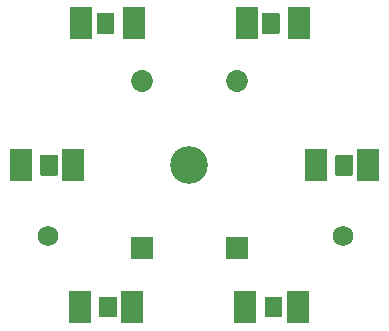
<source format=gbr>
%TF.GenerationSoftware,Altium Limited,Altium Designer,22.4.2 (48)*%
G04 Layer_Color=8388736*
%FSLAX26Y26*%
%MOIN*%
%TF.SameCoordinates,B812F889-C0D6-4E0A-92BC-1FC44A6A00D5*%
%TF.FilePolarity,Negative*%
%TF.FileFunction,Soldermask,Top*%
%TF.Part,Single*%
G01*
G75*
%TA.AperFunction,SMDPad,CuDef*%
%ADD19R,0.076000X0.108000*%
%TA.AperFunction,ViaPad*%
%ADD20C,0.068000*%
%TA.AperFunction,ComponentPad*%
%ADD21C,0.072961*%
%ADD22R,0.072961X0.072961*%
%TA.AperFunction,ViaPad*%
%ADD23C,0.126110*%
G36*
X502964Y310077D02*
X503478Y309974D01*
X503975Y309806D01*
X504445Y309574D01*
X504881Y309283D01*
X505275Y308937D01*
X505621Y308543D01*
X505912Y308107D01*
X506144Y307636D01*
X506313Y307140D01*
X506415Y306626D01*
X506450Y306102D01*
Y245079D01*
X506415Y244556D01*
X506313Y244041D01*
X506144Y243545D01*
X505912Y243075D01*
X505621Y242638D01*
X505275Y242244D01*
X504881Y241899D01*
X504445Y241607D01*
X503975Y241375D01*
X503478Y241207D01*
X502964Y241105D01*
X502441Y241070D01*
X451220D01*
X450697Y241105D01*
X450183Y241207D01*
X449686Y241375D01*
X449216Y241607D01*
X448780Y241899D01*
X448386Y242244D01*
X448040Y242638D01*
X447749Y243075D01*
X447517Y243545D01*
X447348Y244041D01*
X447246Y244556D01*
X447212Y245079D01*
Y306102D01*
X447246Y306626D01*
X447348Y307140D01*
X447517Y307636D01*
X447749Y308107D01*
X448040Y308543D01*
X448386Y308937D01*
X448780Y309283D01*
X449216Y309574D01*
X449686Y309806D01*
X450183Y309974D01*
X450697Y310077D01*
X451220Y310111D01*
X502441D01*
X502964Y310077D01*
D02*
G37*
G36*
X306114Y782518D02*
X306628Y782415D01*
X307125Y782247D01*
X307595Y782015D01*
X308031Y781723D01*
X308425Y781378D01*
X308771Y780984D01*
X309062Y780548D01*
X309294Y780077D01*
X309463Y779581D01*
X309565Y779067D01*
X309599Y778543D01*
Y717520D01*
X309565Y716996D01*
X309463Y716482D01*
X309294Y715986D01*
X309062Y715515D01*
X308771Y715079D01*
X308425Y714685D01*
X308031Y714340D01*
X307595Y714048D01*
X307125Y713816D01*
X306628Y713648D01*
X306114Y713545D01*
X305591Y713511D01*
X254370D01*
X253847Y713545D01*
X253333Y713648D01*
X252836Y713816D01*
X252366Y714048D01*
X251930Y714340D01*
X251536Y714685D01*
X251190Y715079D01*
X250899Y715515D01*
X250667Y715986D01*
X250498Y716482D01*
X250396Y716996D01*
X250362Y717520D01*
Y778543D01*
X250396Y779067D01*
X250498Y779581D01*
X250667Y780077D01*
X250899Y780548D01*
X251190Y780984D01*
X251536Y781378D01*
X251930Y781723D01*
X252366Y782015D01*
X252836Y782247D01*
X253333Y782415D01*
X253847Y782518D01*
X254370Y782552D01*
X305591D01*
X306114Y782518D01*
D02*
G37*
G36*
X494185Y1254958D02*
X494699Y1254856D01*
X495195Y1254688D01*
X495666Y1254456D01*
X496102Y1254164D01*
X496496Y1253819D01*
X496842Y1253425D01*
X497133Y1252988D01*
X497365Y1252518D01*
X497533Y1252022D01*
X497636Y1251507D01*
X497670Y1250984D01*
Y1189961D01*
X497636Y1189437D01*
X497533Y1188923D01*
X497365Y1188427D01*
X497133Y1187956D01*
X496842Y1187520D01*
X496496Y1187126D01*
X496102Y1186780D01*
X495666Y1186489D01*
X495195Y1186257D01*
X494699Y1186089D01*
X494185Y1185986D01*
X493661Y1185952D01*
X442441D01*
X441918Y1185986D01*
X441403Y1186089D01*
X440907Y1186257D01*
X440437Y1186489D01*
X440001Y1186780D01*
X439606Y1187126D01*
X439261Y1187520D01*
X438969Y1187956D01*
X438737Y1188427D01*
X438569Y1188923D01*
X438467Y1189437D01*
X438432Y1189961D01*
Y1250984D01*
X438467Y1251507D01*
X438569Y1252022D01*
X438737Y1252518D01*
X438969Y1252988D01*
X439261Y1253425D01*
X439606Y1253819D01*
X440001Y1254164D01*
X440437Y1254456D01*
X440907Y1254688D01*
X441403Y1254856D01*
X441918Y1254958D01*
X442441Y1254993D01*
X493661D01*
X494185Y1254958D01*
D02*
G37*
G36*
X1054145Y310077D02*
X1054659Y309974D01*
X1055156Y309806D01*
X1055626Y309574D01*
X1056062Y309283D01*
X1056457Y308937D01*
X1056802Y308543D01*
X1057093Y308107D01*
X1057325Y307636D01*
X1057494Y307140D01*
X1057596Y306626D01*
X1057631Y306102D01*
Y245079D01*
X1057596Y244556D01*
X1057494Y244041D01*
X1057325Y243545D01*
X1057093Y243075D01*
X1056802Y242638D01*
X1056457Y242244D01*
X1056062Y241899D01*
X1055626Y241607D01*
X1055156Y241375D01*
X1054659Y241207D01*
X1054145Y241105D01*
X1053622Y241070D01*
X1002402D01*
X1001878Y241105D01*
X1001364Y241207D01*
X1000867Y241375D01*
X1000397Y241607D01*
X999961Y241899D01*
X999567Y242244D01*
X999221Y242638D01*
X998930Y243075D01*
X998698Y243545D01*
X998529Y244041D01*
X998427Y244556D01*
X998393Y245079D01*
Y306102D01*
X998427Y306626D01*
X998529Y307140D01*
X998698Y307636D01*
X998930Y308107D01*
X999221Y308543D01*
X999567Y308937D01*
X999961Y309283D01*
X1000397Y309574D01*
X1000867Y309806D01*
X1001364Y309974D01*
X1001878Y310077D01*
X1002402Y310111D01*
X1053622D01*
X1054145Y310077D01*
D02*
G37*
G36*
X1290366Y782518D02*
X1290880Y782415D01*
X1291377Y782247D01*
X1291847Y782015D01*
X1292283Y781723D01*
X1292677Y781378D01*
X1293023Y780984D01*
X1293314Y780548D01*
X1293546Y780077D01*
X1293715Y779581D01*
X1293817Y779067D01*
X1293851Y778543D01*
Y717520D01*
X1293817Y716996D01*
X1293715Y716482D01*
X1293546Y715986D01*
X1293314Y715515D01*
X1293023Y715079D01*
X1292677Y714685D01*
X1292283Y714340D01*
X1291847Y714048D01*
X1291377Y713816D01*
X1290880Y713648D01*
X1290366Y713545D01*
X1289842Y713511D01*
X1238622D01*
X1238099Y713545D01*
X1237584Y713648D01*
X1237088Y713816D01*
X1236618Y714048D01*
X1236182Y714340D01*
X1235787Y714685D01*
X1235442Y715079D01*
X1235150Y715515D01*
X1234918Y715986D01*
X1234750Y716482D01*
X1234648Y716996D01*
X1234613Y717520D01*
Y778543D01*
X1234648Y779067D01*
X1234750Y779581D01*
X1234918Y780077D01*
X1235150Y780548D01*
X1235442Y780984D01*
X1235787Y781378D01*
X1236182Y781723D01*
X1236618Y782015D01*
X1237088Y782247D01*
X1237584Y782415D01*
X1238099Y782518D01*
X1238622Y782552D01*
X1289842D01*
X1290366Y782518D01*
D02*
G37*
G36*
X1045366Y1254958D02*
X1045880Y1254856D01*
X1046377Y1254688D01*
X1046847Y1254456D01*
X1047283Y1254164D01*
X1047677Y1253819D01*
X1048023Y1253425D01*
X1048314Y1252988D01*
X1048546Y1252518D01*
X1048715Y1252022D01*
X1048817Y1251507D01*
X1048851Y1250984D01*
Y1189961D01*
X1048817Y1189437D01*
X1048715Y1188923D01*
X1048546Y1188427D01*
X1048314Y1187956D01*
X1048023Y1187520D01*
X1047677Y1187126D01*
X1047283Y1186780D01*
X1046847Y1186489D01*
X1046377Y1186257D01*
X1045880Y1186089D01*
X1045366Y1185986D01*
X1044842Y1185952D01*
X993622D01*
X993099Y1185986D01*
X992585Y1186089D01*
X992088Y1186257D01*
X991618Y1186489D01*
X991182Y1186780D01*
X990788Y1187126D01*
X990442Y1187520D01*
X990150Y1187956D01*
X989918Y1188427D01*
X989750Y1188923D01*
X989648Y1189437D01*
X989613Y1189961D01*
Y1250984D01*
X989648Y1251507D01*
X989750Y1252022D01*
X989918Y1252518D01*
X990150Y1252988D01*
X990442Y1253425D01*
X990788Y1253819D01*
X991182Y1254164D01*
X991618Y1254456D01*
X992088Y1254688D01*
X992585Y1254856D01*
X993099Y1254958D01*
X993622Y1254993D01*
X1044842D01*
X1045366Y1254958D01*
D02*
G37*
D19*
X1113622Y1220472D02*
D03*
X938622D02*
D03*
X1169842Y748032D02*
D03*
X1344842D02*
D03*
X933622Y275590D02*
D03*
X1108622D02*
D03*
X382440D02*
D03*
X557440D02*
D03*
X185590Y748032D02*
D03*
X360590D02*
D03*
X562440Y1220472D02*
D03*
X387440D02*
D03*
D20*
X275590Y511812D02*
D03*
X1259842D02*
D03*
D21*
X590552Y1027560D02*
D03*
X905512D02*
D03*
D22*
X590552Y472440D02*
D03*
X905512D02*
D03*
D23*
X748032Y748032D02*
D03*
%TF.MD5,aa7b0b7016967c1ca932f67f19f1c110*%
M02*

</source>
